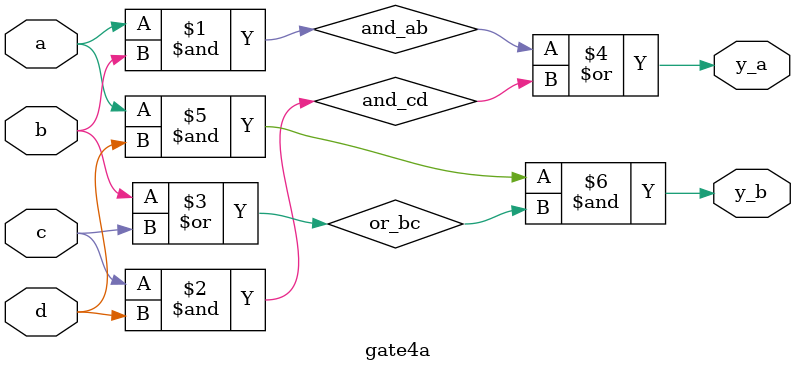
<source format=v>
module gate4a(
    input a, b, c, d,
    output y_a, y_b
    );
    
wire and_ab;
wire and_cd, or_bc;

assign and_ab = a&b;
assign and_cd = c&d;
assign or_bc = b|c;

assign y_a = (and_ab | and_cd);
assign y_b = (a&d) & or_bc;
   
endmodule

</source>
